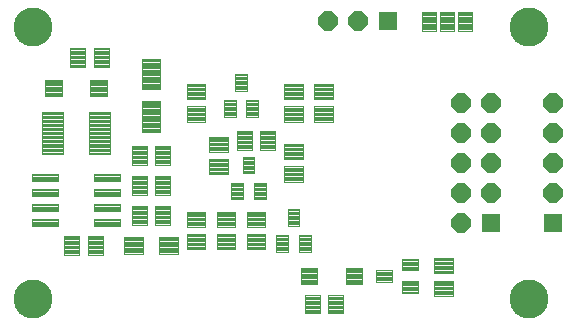
<source format=gts>
G75*
G70*
%OFA0B0*%
%FSLAX24Y24*%
%IPPOS*%
%LPD*%
%AMOC8*
5,1,8,0,0,1.08239X$1,22.5*
%
%ADD10C,0.0044*%
%ADD11C,0.0041*%
%ADD12C,0.0040*%
%ADD13C,0.0041*%
%ADD14R,0.0640X0.0640*%
%ADD15OC8,0.0640*%
%ADD16C,0.0045*%
%ADD17C,0.0040*%
%ADD18C,0.0043*%
%ADD19C,0.1300*%
D10*
X006503Y006456D02*
X007011Y006456D01*
X006503Y006456D02*
X006503Y007082D01*
X007011Y007082D01*
X007011Y006456D01*
X007011Y006499D02*
X006503Y006499D01*
X006503Y006542D02*
X007011Y006542D01*
X007011Y006585D02*
X006503Y006585D01*
X006503Y006628D02*
X007011Y006628D01*
X007011Y006671D02*
X006503Y006671D01*
X006503Y006714D02*
X007011Y006714D01*
X007011Y006757D02*
X006503Y006757D01*
X006503Y006800D02*
X007011Y006800D01*
X007011Y006843D02*
X006503Y006843D01*
X006503Y006886D02*
X007011Y006886D01*
X007011Y006929D02*
X006503Y006929D01*
X006503Y006972D02*
X007011Y006972D01*
X007011Y007015D02*
X006503Y007015D01*
X006503Y007058D02*
X007011Y007058D01*
X007290Y006456D02*
X007798Y006456D01*
X007290Y006456D02*
X007290Y007082D01*
X007798Y007082D01*
X007798Y006456D01*
X007798Y006499D02*
X007290Y006499D01*
X007290Y006542D02*
X007798Y006542D01*
X007798Y006585D02*
X007290Y006585D01*
X007290Y006628D02*
X007798Y006628D01*
X007798Y006671D02*
X007290Y006671D01*
X007290Y006714D02*
X007798Y006714D01*
X007798Y006757D02*
X007290Y006757D01*
X007290Y006800D02*
X007798Y006800D01*
X007798Y006843D02*
X007290Y006843D01*
X007290Y006886D02*
X007798Y006886D01*
X007798Y006929D02*
X007290Y006929D01*
X007290Y006972D02*
X007798Y006972D01*
X007798Y007015D02*
X007290Y007015D01*
X007290Y007058D02*
X007798Y007058D01*
X008753Y007456D02*
X009261Y007456D01*
X008753Y007456D02*
X008753Y008082D01*
X009261Y008082D01*
X009261Y007456D01*
X009261Y007499D02*
X008753Y007499D01*
X008753Y007542D02*
X009261Y007542D01*
X009261Y007585D02*
X008753Y007585D01*
X008753Y007628D02*
X009261Y007628D01*
X009261Y007671D02*
X008753Y007671D01*
X008753Y007714D02*
X009261Y007714D01*
X009261Y007757D02*
X008753Y007757D01*
X008753Y007800D02*
X009261Y007800D01*
X009261Y007843D02*
X008753Y007843D01*
X008753Y007886D02*
X009261Y007886D01*
X009261Y007929D02*
X008753Y007929D01*
X008753Y007972D02*
X009261Y007972D01*
X009261Y008015D02*
X008753Y008015D01*
X008753Y008058D02*
X009261Y008058D01*
X009540Y007456D02*
X010048Y007456D01*
X009540Y007456D02*
X009540Y008082D01*
X010048Y008082D01*
X010048Y007456D01*
X010048Y007499D02*
X009540Y007499D01*
X009540Y007542D02*
X010048Y007542D01*
X010048Y007585D02*
X009540Y007585D01*
X009540Y007628D02*
X010048Y007628D01*
X010048Y007671D02*
X009540Y007671D01*
X009540Y007714D02*
X010048Y007714D01*
X010048Y007757D02*
X009540Y007757D01*
X009540Y007800D02*
X010048Y007800D01*
X010048Y007843D02*
X009540Y007843D01*
X009540Y007886D02*
X010048Y007886D01*
X010048Y007929D02*
X009540Y007929D01*
X009540Y007972D02*
X010048Y007972D01*
X010048Y008015D02*
X009540Y008015D01*
X009540Y008058D02*
X010048Y008058D01*
X010587Y007897D02*
X010587Y007389D01*
X010587Y007897D02*
X011213Y007897D01*
X011213Y007389D01*
X010587Y007389D01*
X010587Y007432D02*
X011213Y007432D01*
X011213Y007475D02*
X010587Y007475D01*
X010587Y007518D02*
X011213Y007518D01*
X011213Y007561D02*
X010587Y007561D01*
X010587Y007604D02*
X011213Y007604D01*
X011213Y007647D02*
X010587Y007647D01*
X010587Y007690D02*
X011213Y007690D01*
X011213Y007733D02*
X010587Y007733D01*
X010587Y007776D02*
X011213Y007776D01*
X011213Y007819D02*
X010587Y007819D01*
X010587Y007862D02*
X011213Y007862D01*
X012213Y007897D02*
X012213Y007389D01*
X011587Y007389D01*
X011587Y007897D01*
X012213Y007897D01*
X012213Y007432D02*
X011587Y007432D01*
X011587Y007475D02*
X012213Y007475D01*
X012213Y007518D02*
X011587Y007518D01*
X011587Y007561D02*
X012213Y007561D01*
X012213Y007604D02*
X011587Y007604D01*
X011587Y007647D02*
X012213Y007647D01*
X012213Y007690D02*
X011587Y007690D01*
X011587Y007733D02*
X012213Y007733D01*
X012213Y007776D02*
X011587Y007776D01*
X011587Y007819D02*
X012213Y007819D01*
X012213Y007862D02*
X011587Y007862D01*
X012213Y007149D02*
X012213Y006641D01*
X011587Y006641D01*
X011587Y007149D01*
X012213Y007149D01*
X012213Y006684D02*
X011587Y006684D01*
X011587Y006727D02*
X012213Y006727D01*
X012213Y006770D02*
X011587Y006770D01*
X011587Y006813D02*
X012213Y006813D01*
X012213Y006856D02*
X011587Y006856D01*
X011587Y006899D02*
X012213Y006899D01*
X012213Y006942D02*
X011587Y006942D01*
X011587Y006985D02*
X012213Y006985D01*
X012213Y007028D02*
X011587Y007028D01*
X011587Y007071D02*
X012213Y007071D01*
X012213Y007114D02*
X011587Y007114D01*
X010587Y007149D02*
X010587Y006641D01*
X010587Y007149D02*
X011213Y007149D01*
X011213Y006641D01*
X010587Y006641D01*
X010587Y006684D02*
X011213Y006684D01*
X011213Y006727D02*
X010587Y006727D01*
X010587Y006770D02*
X011213Y006770D01*
X011213Y006813D02*
X010587Y006813D01*
X010587Y006856D02*
X011213Y006856D01*
X011213Y006899D02*
X010587Y006899D01*
X010587Y006942D02*
X011213Y006942D01*
X011213Y006985D02*
X010587Y006985D01*
X010587Y007028D02*
X011213Y007028D01*
X011213Y007071D02*
X010587Y007071D01*
X010587Y007114D02*
X011213Y007114D01*
X013213Y007149D02*
X013213Y006641D01*
X012587Y006641D01*
X012587Y007149D01*
X013213Y007149D01*
X013213Y006684D02*
X012587Y006684D01*
X012587Y006727D02*
X013213Y006727D01*
X013213Y006770D02*
X012587Y006770D01*
X012587Y006813D02*
X013213Y006813D01*
X013213Y006856D02*
X012587Y006856D01*
X012587Y006899D02*
X013213Y006899D01*
X013213Y006942D02*
X012587Y006942D01*
X012587Y006985D02*
X013213Y006985D01*
X013213Y007028D02*
X012587Y007028D01*
X012587Y007071D02*
X013213Y007071D01*
X013213Y007114D02*
X012587Y007114D01*
X013213Y007389D02*
X013213Y007897D01*
X013213Y007389D02*
X012587Y007389D01*
X012587Y007897D01*
X013213Y007897D01*
X013213Y007432D02*
X012587Y007432D01*
X012587Y007475D02*
X013213Y007475D01*
X013213Y007518D02*
X012587Y007518D01*
X012587Y007561D02*
X013213Y007561D01*
X013213Y007604D02*
X012587Y007604D01*
X012587Y007647D02*
X013213Y007647D01*
X013213Y007690D02*
X012587Y007690D01*
X012587Y007733D02*
X013213Y007733D01*
X013213Y007776D02*
X012587Y007776D01*
X012587Y007819D02*
X013213Y007819D01*
X013213Y007862D02*
X012587Y007862D01*
X014463Y008891D02*
X014463Y009399D01*
X014463Y008891D02*
X013837Y008891D01*
X013837Y009399D01*
X014463Y009399D01*
X014463Y008934D02*
X013837Y008934D01*
X013837Y008977D02*
X014463Y008977D01*
X014463Y009020D02*
X013837Y009020D01*
X013837Y009063D02*
X014463Y009063D01*
X014463Y009106D02*
X013837Y009106D01*
X013837Y009149D02*
X014463Y009149D01*
X014463Y009192D02*
X013837Y009192D01*
X013837Y009235D02*
X014463Y009235D01*
X014463Y009278D02*
X013837Y009278D01*
X013837Y009321D02*
X014463Y009321D01*
X014463Y009364D02*
X013837Y009364D01*
X014463Y009639D02*
X014463Y010147D01*
X014463Y009639D02*
X013837Y009639D01*
X013837Y010147D01*
X014463Y010147D01*
X014463Y009682D02*
X013837Y009682D01*
X013837Y009725D02*
X014463Y009725D01*
X014463Y009768D02*
X013837Y009768D01*
X013837Y009811D02*
X014463Y009811D01*
X014463Y009854D02*
X013837Y009854D01*
X013837Y009897D02*
X014463Y009897D01*
X014463Y009940D02*
X013837Y009940D01*
X013837Y009983D02*
X014463Y009983D01*
X014463Y010026D02*
X013837Y010026D01*
X013837Y010069D02*
X014463Y010069D01*
X014463Y010112D02*
X013837Y010112D01*
X013528Y009956D02*
X013020Y009956D01*
X013020Y010582D01*
X013528Y010582D01*
X013528Y009956D01*
X013528Y009999D02*
X013020Y009999D01*
X013020Y010042D02*
X013528Y010042D01*
X013528Y010085D02*
X013020Y010085D01*
X013020Y010128D02*
X013528Y010128D01*
X013528Y010171D02*
X013020Y010171D01*
X013020Y010214D02*
X013528Y010214D01*
X013528Y010257D02*
X013020Y010257D01*
X013020Y010300D02*
X013528Y010300D01*
X013528Y010343D02*
X013020Y010343D01*
X013020Y010386D02*
X013528Y010386D01*
X013528Y010429D02*
X013020Y010429D01*
X013020Y010472D02*
X013528Y010472D01*
X013528Y010515D02*
X013020Y010515D01*
X013020Y010558D02*
X013528Y010558D01*
X014463Y010891D02*
X014463Y011399D01*
X014463Y010891D02*
X013837Y010891D01*
X013837Y011399D01*
X014463Y011399D01*
X014463Y010934D02*
X013837Y010934D01*
X013837Y010977D02*
X014463Y010977D01*
X014463Y011020D02*
X013837Y011020D01*
X013837Y011063D02*
X014463Y011063D01*
X014463Y011106D02*
X013837Y011106D01*
X013837Y011149D02*
X014463Y011149D01*
X014463Y011192D02*
X013837Y011192D01*
X013837Y011235D02*
X014463Y011235D01*
X014463Y011278D02*
X013837Y011278D01*
X013837Y011321D02*
X014463Y011321D01*
X014463Y011364D02*
X013837Y011364D01*
X014463Y011639D02*
X014463Y012147D01*
X014463Y011639D02*
X013837Y011639D01*
X013837Y012147D01*
X014463Y012147D01*
X014463Y011682D02*
X013837Y011682D01*
X013837Y011725D02*
X014463Y011725D01*
X014463Y011768D02*
X013837Y011768D01*
X013837Y011811D02*
X014463Y011811D01*
X014463Y011854D02*
X013837Y011854D01*
X013837Y011897D02*
X014463Y011897D01*
X014463Y011940D02*
X013837Y011940D01*
X013837Y011983D02*
X014463Y011983D01*
X014463Y012026D02*
X013837Y012026D01*
X013837Y012069D02*
X014463Y012069D01*
X014463Y012112D02*
X013837Y012112D01*
X015463Y012147D02*
X015463Y011639D01*
X014837Y011639D01*
X014837Y012147D01*
X015463Y012147D01*
X015463Y011682D02*
X014837Y011682D01*
X014837Y011725D02*
X015463Y011725D01*
X015463Y011768D02*
X014837Y011768D01*
X014837Y011811D02*
X015463Y011811D01*
X015463Y011854D02*
X014837Y011854D01*
X014837Y011897D02*
X015463Y011897D01*
X015463Y011940D02*
X014837Y011940D01*
X014837Y011983D02*
X015463Y011983D01*
X015463Y012026D02*
X014837Y012026D01*
X014837Y012069D02*
X015463Y012069D01*
X015463Y012112D02*
X014837Y012112D01*
X015463Y011399D02*
X015463Y010891D01*
X014837Y010891D01*
X014837Y011399D01*
X015463Y011399D01*
X015463Y010934D02*
X014837Y010934D01*
X014837Y010977D02*
X015463Y010977D01*
X015463Y011020D02*
X014837Y011020D01*
X014837Y011063D02*
X015463Y011063D01*
X015463Y011106D02*
X014837Y011106D01*
X014837Y011149D02*
X015463Y011149D01*
X015463Y011192D02*
X014837Y011192D01*
X014837Y011235D02*
X015463Y011235D01*
X015463Y011278D02*
X014837Y011278D01*
X014837Y011321D02*
X015463Y011321D01*
X015463Y011364D02*
X014837Y011364D01*
X012780Y009956D02*
X012272Y009956D01*
X012272Y010582D01*
X012780Y010582D01*
X012780Y009956D01*
X012780Y009999D02*
X012272Y009999D01*
X012272Y010042D02*
X012780Y010042D01*
X012780Y010085D02*
X012272Y010085D01*
X012272Y010128D02*
X012780Y010128D01*
X012780Y010171D02*
X012272Y010171D01*
X012272Y010214D02*
X012780Y010214D01*
X012780Y010257D02*
X012272Y010257D01*
X012272Y010300D02*
X012780Y010300D01*
X012780Y010343D02*
X012272Y010343D01*
X012272Y010386D02*
X012780Y010386D01*
X012780Y010429D02*
X012272Y010429D01*
X012272Y010472D02*
X012780Y010472D01*
X012780Y010515D02*
X012272Y010515D01*
X012272Y010558D02*
X012780Y010558D01*
X011963Y010397D02*
X011963Y009889D01*
X011337Y009889D01*
X011337Y010397D01*
X011963Y010397D01*
X011963Y009932D02*
X011337Y009932D01*
X011337Y009975D02*
X011963Y009975D01*
X011963Y010018D02*
X011337Y010018D01*
X011337Y010061D02*
X011963Y010061D01*
X011963Y010104D02*
X011337Y010104D01*
X011337Y010147D02*
X011963Y010147D01*
X011963Y010190D02*
X011337Y010190D01*
X011337Y010233D02*
X011963Y010233D01*
X011963Y010276D02*
X011337Y010276D01*
X011337Y010319D02*
X011963Y010319D01*
X011963Y010362D02*
X011337Y010362D01*
X010587Y010891D02*
X010587Y011399D01*
X011213Y011399D01*
X011213Y010891D01*
X010587Y010891D01*
X010587Y010934D02*
X011213Y010934D01*
X011213Y010977D02*
X010587Y010977D01*
X010587Y011020D02*
X011213Y011020D01*
X011213Y011063D02*
X010587Y011063D01*
X010587Y011106D02*
X011213Y011106D01*
X011213Y011149D02*
X010587Y011149D01*
X010587Y011192D02*
X011213Y011192D01*
X011213Y011235D02*
X010587Y011235D01*
X010587Y011278D02*
X011213Y011278D01*
X011213Y011321D02*
X010587Y011321D01*
X010587Y011364D02*
X011213Y011364D01*
X010587Y011639D02*
X010587Y012147D01*
X011213Y012147D01*
X011213Y011639D01*
X010587Y011639D01*
X010587Y011682D02*
X011213Y011682D01*
X011213Y011725D02*
X010587Y011725D01*
X010587Y011768D02*
X011213Y011768D01*
X011213Y011811D02*
X010587Y011811D01*
X010587Y011854D02*
X011213Y011854D01*
X011213Y011897D02*
X010587Y011897D01*
X010587Y011940D02*
X011213Y011940D01*
X011213Y011983D02*
X010587Y011983D01*
X010587Y012026D02*
X011213Y012026D01*
X011213Y012069D02*
X010587Y012069D01*
X010587Y012112D02*
X011213Y012112D01*
X010028Y009456D02*
X009520Y009456D01*
X009520Y010082D01*
X010028Y010082D01*
X010028Y009456D01*
X010028Y009499D02*
X009520Y009499D01*
X009520Y009542D02*
X010028Y009542D01*
X010028Y009585D02*
X009520Y009585D01*
X009520Y009628D02*
X010028Y009628D01*
X010028Y009671D02*
X009520Y009671D01*
X009520Y009714D02*
X010028Y009714D01*
X010028Y009757D02*
X009520Y009757D01*
X009520Y009800D02*
X010028Y009800D01*
X010028Y009843D02*
X009520Y009843D01*
X009520Y009886D02*
X010028Y009886D01*
X010028Y009929D02*
X009520Y009929D01*
X009520Y009972D02*
X010028Y009972D01*
X010028Y010015D02*
X009520Y010015D01*
X009520Y010058D02*
X010028Y010058D01*
X009280Y009456D02*
X008772Y009456D01*
X008772Y010082D01*
X009280Y010082D01*
X009280Y009456D01*
X009280Y009499D02*
X008772Y009499D01*
X008772Y009542D02*
X009280Y009542D01*
X009280Y009585D02*
X008772Y009585D01*
X008772Y009628D02*
X009280Y009628D01*
X009280Y009671D02*
X008772Y009671D01*
X008772Y009714D02*
X009280Y009714D01*
X009280Y009757D02*
X008772Y009757D01*
X008772Y009800D02*
X009280Y009800D01*
X009280Y009843D02*
X008772Y009843D01*
X008772Y009886D02*
X009280Y009886D01*
X009280Y009929D02*
X008772Y009929D01*
X008772Y009972D02*
X009280Y009972D01*
X009280Y010015D02*
X008772Y010015D01*
X008772Y010058D02*
X009280Y010058D01*
X009280Y009082D02*
X008772Y009082D01*
X009280Y009082D02*
X009280Y008456D01*
X008772Y008456D01*
X008772Y009082D01*
X008772Y008499D02*
X009280Y008499D01*
X009280Y008542D02*
X008772Y008542D01*
X008772Y008585D02*
X009280Y008585D01*
X009280Y008628D02*
X008772Y008628D01*
X008772Y008671D02*
X009280Y008671D01*
X009280Y008714D02*
X008772Y008714D01*
X008772Y008757D02*
X009280Y008757D01*
X009280Y008800D02*
X008772Y008800D01*
X008772Y008843D02*
X009280Y008843D01*
X009280Y008886D02*
X008772Y008886D01*
X008772Y008929D02*
X009280Y008929D01*
X009280Y008972D02*
X008772Y008972D01*
X008772Y009015D02*
X009280Y009015D01*
X009280Y009058D02*
X008772Y009058D01*
X009520Y009082D02*
X010028Y009082D01*
X010028Y008456D01*
X009520Y008456D01*
X009520Y009082D01*
X009520Y008499D02*
X010028Y008499D01*
X010028Y008542D02*
X009520Y008542D01*
X009520Y008585D02*
X010028Y008585D01*
X010028Y008628D02*
X009520Y008628D01*
X009520Y008671D02*
X010028Y008671D01*
X010028Y008714D02*
X009520Y008714D01*
X009520Y008757D02*
X010028Y008757D01*
X010028Y008800D02*
X009520Y008800D01*
X009520Y008843D02*
X010028Y008843D01*
X010028Y008886D02*
X009520Y008886D01*
X009520Y008929D02*
X010028Y008929D01*
X010028Y008972D02*
X009520Y008972D01*
X009520Y009015D02*
X010028Y009015D01*
X010028Y009058D02*
X009520Y009058D01*
X011963Y009141D02*
X011963Y009649D01*
X011963Y009141D02*
X011337Y009141D01*
X011337Y009649D01*
X011963Y009649D01*
X011963Y009184D02*
X011337Y009184D01*
X011337Y009227D02*
X011963Y009227D01*
X011963Y009270D02*
X011337Y009270D01*
X011337Y009313D02*
X011963Y009313D01*
X011963Y009356D02*
X011337Y009356D01*
X011337Y009399D02*
X011963Y009399D01*
X011963Y009442D02*
X011337Y009442D01*
X011337Y009485D02*
X011963Y009485D01*
X011963Y009528D02*
X011337Y009528D01*
X011337Y009571D02*
X011963Y009571D01*
X011963Y009614D02*
X011337Y009614D01*
X007995Y013332D02*
X007487Y013332D01*
X007995Y013332D02*
X007995Y012706D01*
X007487Y012706D01*
X007487Y013332D01*
X007487Y012749D02*
X007995Y012749D01*
X007995Y012792D02*
X007487Y012792D01*
X007487Y012835D02*
X007995Y012835D01*
X007995Y012878D02*
X007487Y012878D01*
X007487Y012921D02*
X007995Y012921D01*
X007995Y012964D02*
X007487Y012964D01*
X007487Y013007D02*
X007995Y013007D01*
X007995Y013050D02*
X007487Y013050D01*
X007487Y013093D02*
X007995Y013093D01*
X007995Y013136D02*
X007487Y013136D01*
X007487Y013179D02*
X007995Y013179D01*
X007995Y013222D02*
X007487Y013222D01*
X007487Y013265D02*
X007995Y013265D01*
X007995Y013308D02*
X007487Y013308D01*
X007208Y013332D02*
X006700Y013332D01*
X007208Y013332D02*
X007208Y012706D01*
X006700Y012706D01*
X006700Y013332D01*
X006700Y012749D02*
X007208Y012749D01*
X007208Y012792D02*
X006700Y012792D01*
X006700Y012835D02*
X007208Y012835D01*
X007208Y012878D02*
X006700Y012878D01*
X006700Y012921D02*
X007208Y012921D01*
X007208Y012964D02*
X006700Y012964D01*
X006700Y013007D02*
X007208Y013007D01*
X007208Y013050D02*
X006700Y013050D01*
X006700Y013093D02*
X007208Y013093D01*
X007208Y013136D02*
X006700Y013136D01*
X006700Y013179D02*
X007208Y013179D01*
X007208Y013222D02*
X006700Y013222D01*
X006700Y013265D02*
X007208Y013265D01*
X007208Y013308D02*
X006700Y013308D01*
X018841Y006346D02*
X018841Y005838D01*
X018841Y006346D02*
X019467Y006346D01*
X019467Y005838D01*
X018841Y005838D01*
X018841Y005881D02*
X019467Y005881D01*
X019467Y005924D02*
X018841Y005924D01*
X018841Y005967D02*
X019467Y005967D01*
X019467Y006010D02*
X018841Y006010D01*
X018841Y006053D02*
X019467Y006053D01*
X019467Y006096D02*
X018841Y006096D01*
X018841Y006139D02*
X019467Y006139D01*
X019467Y006182D02*
X018841Y006182D01*
X018841Y006225D02*
X019467Y006225D01*
X019467Y006268D02*
X018841Y006268D01*
X018841Y006311D02*
X019467Y006311D01*
X018841Y005598D02*
X018841Y005090D01*
X018841Y005598D02*
X019467Y005598D01*
X019467Y005090D01*
X018841Y005090D01*
X018841Y005133D02*
X019467Y005133D01*
X019467Y005176D02*
X018841Y005176D01*
X018841Y005219D02*
X019467Y005219D01*
X019467Y005262D02*
X018841Y005262D01*
X018841Y005305D02*
X019467Y005305D01*
X019467Y005348D02*
X018841Y005348D01*
X018841Y005391D02*
X019467Y005391D01*
X019467Y005434D02*
X018841Y005434D01*
X018841Y005477D02*
X019467Y005477D01*
X019467Y005520D02*
X018841Y005520D01*
X018841Y005563D02*
X019467Y005563D01*
X015812Y005127D02*
X015304Y005127D01*
X015812Y005127D02*
X015812Y004501D01*
X015304Y004501D01*
X015304Y005127D01*
X015304Y004544D02*
X015812Y004544D01*
X015812Y004587D02*
X015304Y004587D01*
X015304Y004630D02*
X015812Y004630D01*
X015812Y004673D02*
X015304Y004673D01*
X015304Y004716D02*
X015812Y004716D01*
X015812Y004759D02*
X015304Y004759D01*
X015304Y004802D02*
X015812Y004802D01*
X015812Y004845D02*
X015304Y004845D01*
X015304Y004888D02*
X015812Y004888D01*
X015812Y004931D02*
X015304Y004931D01*
X015304Y004974D02*
X015812Y004974D01*
X015812Y005017D02*
X015304Y005017D01*
X015304Y005060D02*
X015812Y005060D01*
X015812Y005103D02*
X015304Y005103D01*
X015025Y005127D02*
X014517Y005127D01*
X015025Y005127D02*
X015025Y004501D01*
X014517Y004501D01*
X014517Y005127D01*
X014517Y004544D02*
X015025Y004544D01*
X015025Y004587D02*
X014517Y004587D01*
X014517Y004630D02*
X015025Y004630D01*
X015025Y004673D02*
X014517Y004673D01*
X014517Y004716D02*
X015025Y004716D01*
X015025Y004759D02*
X014517Y004759D01*
X014517Y004802D02*
X015025Y004802D01*
X015025Y004845D02*
X014517Y004845D01*
X014517Y004888D02*
X015025Y004888D01*
X015025Y004931D02*
X014517Y004931D01*
X014517Y004974D02*
X015025Y004974D01*
X015025Y005017D02*
X014517Y005017D01*
X014517Y005060D02*
X015025Y005060D01*
X015025Y005103D02*
X014517Y005103D01*
D11*
X007491Y007401D02*
X007491Y007637D01*
X008357Y007637D01*
X008357Y007401D01*
X007491Y007401D01*
X007491Y007441D02*
X008357Y007441D01*
X008357Y007481D02*
X007491Y007481D01*
X007491Y007521D02*
X008357Y007521D01*
X008357Y007561D02*
X007491Y007561D01*
X007491Y007601D02*
X008357Y007601D01*
X007491Y007901D02*
X007491Y008137D01*
X008357Y008137D01*
X008357Y007901D01*
X007491Y007901D01*
X007491Y007941D02*
X008357Y007941D01*
X008357Y007981D02*
X007491Y007981D01*
X007491Y008021D02*
X008357Y008021D01*
X008357Y008061D02*
X007491Y008061D01*
X007491Y008101D02*
X008357Y008101D01*
X007491Y008401D02*
X007491Y008637D01*
X008357Y008637D01*
X008357Y008401D01*
X007491Y008401D01*
X007491Y008441D02*
X008357Y008441D01*
X008357Y008481D02*
X007491Y008481D01*
X007491Y008521D02*
X008357Y008521D01*
X008357Y008561D02*
X007491Y008561D01*
X007491Y008601D02*
X008357Y008601D01*
X007491Y008901D02*
X007491Y009137D01*
X008357Y009137D01*
X008357Y008901D01*
X007491Y008901D01*
X007491Y008941D02*
X008357Y008941D01*
X008357Y008981D02*
X007491Y008981D01*
X007491Y009021D02*
X008357Y009021D01*
X008357Y009061D02*
X007491Y009061D01*
X007491Y009101D02*
X008357Y009101D01*
X005444Y009137D02*
X005444Y008901D01*
X005444Y009137D02*
X006310Y009137D01*
X006310Y008901D01*
X005444Y008901D01*
X005444Y008941D02*
X006310Y008941D01*
X006310Y008981D02*
X005444Y008981D01*
X005444Y009021D02*
X006310Y009021D01*
X006310Y009061D02*
X005444Y009061D01*
X005444Y009101D02*
X006310Y009101D01*
X005444Y008637D02*
X005444Y008401D01*
X005444Y008637D02*
X006310Y008637D01*
X006310Y008401D01*
X005444Y008401D01*
X005444Y008441D02*
X006310Y008441D01*
X006310Y008481D02*
X005444Y008481D01*
X005444Y008521D02*
X006310Y008521D01*
X006310Y008561D02*
X005444Y008561D01*
X005444Y008601D02*
X006310Y008601D01*
X005444Y008137D02*
X005444Y007901D01*
X005444Y008137D02*
X006310Y008137D01*
X006310Y007901D01*
X005444Y007901D01*
X005444Y007941D02*
X006310Y007941D01*
X006310Y007981D02*
X005444Y007981D01*
X005444Y008021D02*
X006310Y008021D01*
X006310Y008061D02*
X005444Y008061D01*
X005444Y008101D02*
X006310Y008101D01*
X005444Y007637D02*
X005444Y007401D01*
X005444Y007637D02*
X006310Y007637D01*
X006310Y007401D01*
X005444Y007401D01*
X005444Y007441D02*
X006310Y007441D01*
X006310Y007481D02*
X005444Y007481D01*
X005444Y007521D02*
X006310Y007521D01*
X006310Y007561D02*
X005444Y007561D01*
X005444Y007601D02*
X006310Y007601D01*
D12*
X009715Y010548D02*
X009715Y011572D01*
X009715Y010548D02*
X009085Y010548D01*
X009085Y011572D01*
X009715Y011572D01*
X009715Y010587D02*
X009085Y010587D01*
X009085Y010626D02*
X009715Y010626D01*
X009715Y010665D02*
X009085Y010665D01*
X009085Y010704D02*
X009715Y010704D01*
X009715Y010743D02*
X009085Y010743D01*
X009085Y010782D02*
X009715Y010782D01*
X009715Y010821D02*
X009085Y010821D01*
X009085Y010860D02*
X009715Y010860D01*
X009715Y010899D02*
X009085Y010899D01*
X009085Y010938D02*
X009715Y010938D01*
X009715Y010977D02*
X009085Y010977D01*
X009085Y011016D02*
X009715Y011016D01*
X009715Y011055D02*
X009085Y011055D01*
X009085Y011094D02*
X009715Y011094D01*
X009715Y011133D02*
X009085Y011133D01*
X009085Y011172D02*
X009715Y011172D01*
X009715Y011211D02*
X009085Y011211D01*
X009085Y011250D02*
X009715Y011250D01*
X009715Y011289D02*
X009085Y011289D01*
X009085Y011328D02*
X009715Y011328D01*
X009715Y011367D02*
X009085Y011367D01*
X009085Y011406D02*
X009715Y011406D01*
X009715Y011445D02*
X009085Y011445D01*
X009085Y011484D02*
X009715Y011484D01*
X009715Y011523D02*
X009085Y011523D01*
X009085Y011562D02*
X009715Y011562D01*
X009715Y011966D02*
X009715Y012990D01*
X009715Y011966D02*
X009085Y011966D01*
X009085Y012990D01*
X009715Y012990D01*
X009715Y012005D02*
X009085Y012005D01*
X009085Y012044D02*
X009715Y012044D01*
X009715Y012083D02*
X009085Y012083D01*
X009085Y012122D02*
X009715Y012122D01*
X009715Y012161D02*
X009085Y012161D01*
X009085Y012200D02*
X009715Y012200D01*
X009715Y012239D02*
X009085Y012239D01*
X009085Y012278D02*
X009715Y012278D01*
X009715Y012317D02*
X009085Y012317D01*
X009085Y012356D02*
X009715Y012356D01*
X009715Y012395D02*
X009085Y012395D01*
X009085Y012434D02*
X009715Y012434D01*
X009715Y012473D02*
X009085Y012473D01*
X009085Y012512D02*
X009715Y012512D01*
X009715Y012551D02*
X009085Y012551D01*
X009085Y012590D02*
X009715Y012590D01*
X009715Y012629D02*
X009085Y012629D01*
X009085Y012668D02*
X009715Y012668D01*
X009715Y012707D02*
X009085Y012707D01*
X009085Y012746D02*
X009715Y012746D01*
X009715Y012785D02*
X009085Y012785D01*
X009085Y012824D02*
X009715Y012824D01*
X009715Y012863D02*
X009085Y012863D01*
X009085Y012902D02*
X009715Y012902D01*
X009715Y012941D02*
X009085Y012941D01*
X009085Y012980D02*
X009715Y012980D01*
D13*
X007924Y012294D02*
X007374Y012294D01*
X007924Y012294D02*
X007924Y011744D01*
X007374Y011744D01*
X007374Y012294D01*
X007374Y011784D02*
X007924Y011784D01*
X007924Y011824D02*
X007374Y011824D01*
X007374Y011864D02*
X007924Y011864D01*
X007924Y011904D02*
X007374Y011904D01*
X007374Y011944D02*
X007924Y011944D01*
X007924Y011984D02*
X007374Y011984D01*
X007374Y012024D02*
X007924Y012024D01*
X007924Y012064D02*
X007374Y012064D01*
X007374Y012104D02*
X007924Y012104D01*
X007924Y012144D02*
X007374Y012144D01*
X007374Y012184D02*
X007924Y012184D01*
X007924Y012224D02*
X007374Y012224D01*
X007374Y012264D02*
X007924Y012264D01*
X006427Y012294D02*
X005877Y012294D01*
X006427Y012294D02*
X006427Y011744D01*
X005877Y011744D01*
X005877Y012294D01*
X005877Y011784D02*
X006427Y011784D01*
X006427Y011824D02*
X005877Y011824D01*
X005877Y011864D02*
X006427Y011864D01*
X006427Y011904D02*
X005877Y011904D01*
X005877Y011944D02*
X006427Y011944D01*
X006427Y011984D02*
X005877Y011984D01*
X005877Y012024D02*
X006427Y012024D01*
X006427Y012064D02*
X005877Y012064D01*
X005877Y012104D02*
X006427Y012104D01*
X006427Y012144D02*
X005877Y012144D01*
X005877Y012184D02*
X006427Y012184D01*
X006427Y012224D02*
X005877Y012224D01*
X005877Y012264D02*
X006427Y012264D01*
X008495Y006494D02*
X009125Y006494D01*
X008495Y006494D02*
X008495Y007044D01*
X009125Y007044D01*
X009125Y006494D01*
X009125Y006534D02*
X008495Y006534D01*
X008495Y006574D02*
X009125Y006574D01*
X009125Y006614D02*
X008495Y006614D01*
X008495Y006654D02*
X009125Y006654D01*
X009125Y006694D02*
X008495Y006694D01*
X008495Y006734D02*
X009125Y006734D01*
X009125Y006774D02*
X008495Y006774D01*
X008495Y006814D02*
X009125Y006814D01*
X009125Y006854D02*
X008495Y006854D01*
X008495Y006894D02*
X009125Y006894D01*
X009125Y006934D02*
X008495Y006934D01*
X008495Y006974D02*
X009125Y006974D01*
X009125Y007014D02*
X008495Y007014D01*
X009676Y007044D02*
X010306Y007044D01*
X010306Y006494D01*
X009676Y006494D01*
X009676Y007044D01*
X009676Y006534D02*
X010306Y006534D01*
X010306Y006574D02*
X009676Y006574D01*
X009676Y006614D02*
X010306Y006614D01*
X010306Y006654D02*
X009676Y006654D01*
X009676Y006694D02*
X010306Y006694D01*
X010306Y006734D02*
X009676Y006734D01*
X009676Y006774D02*
X010306Y006774D01*
X010306Y006814D02*
X009676Y006814D01*
X009676Y006854D02*
X010306Y006854D01*
X010306Y006894D02*
X009676Y006894D01*
X009676Y006934D02*
X010306Y006934D01*
X010306Y006974D02*
X009676Y006974D01*
X009676Y007014D02*
X010306Y007014D01*
X014395Y005468D02*
X014945Y005468D01*
X014395Y005468D02*
X014395Y006018D01*
X014945Y006018D01*
X014945Y005468D01*
X014945Y005508D02*
X014395Y005508D01*
X014395Y005548D02*
X014945Y005548D01*
X014945Y005588D02*
X014395Y005588D01*
X014395Y005628D02*
X014945Y005628D01*
X014945Y005668D02*
X014395Y005668D01*
X014395Y005708D02*
X014945Y005708D01*
X014945Y005748D02*
X014395Y005748D01*
X014395Y005788D02*
X014945Y005788D01*
X014945Y005828D02*
X014395Y005828D01*
X014395Y005868D02*
X014945Y005868D01*
X014945Y005908D02*
X014395Y005908D01*
X014395Y005948D02*
X014945Y005948D01*
X014945Y005988D02*
X014395Y005988D01*
X015891Y005468D02*
X016441Y005468D01*
X015891Y005468D02*
X015891Y006018D01*
X016441Y006018D01*
X016441Y005468D01*
X016441Y005508D02*
X015891Y005508D01*
X015891Y005548D02*
X016441Y005548D01*
X016441Y005588D02*
X015891Y005588D01*
X015891Y005628D02*
X016441Y005628D01*
X016441Y005668D02*
X015891Y005668D01*
X015891Y005708D02*
X016441Y005708D01*
X016441Y005748D02*
X015891Y005748D01*
X015891Y005788D02*
X016441Y005788D01*
X016441Y005828D02*
X015891Y005828D01*
X015891Y005868D02*
X016441Y005868D01*
X016441Y005908D02*
X015891Y005908D01*
X015891Y005948D02*
X016441Y005948D01*
X016441Y005988D02*
X015891Y005988D01*
D14*
X020739Y007519D03*
X022798Y007519D03*
X017302Y014243D03*
D15*
X016302Y014243D03*
X015302Y014243D03*
X019739Y011519D03*
X020739Y011519D03*
X020739Y010519D03*
X019739Y010519D03*
X019739Y009519D03*
X020739Y009519D03*
X020739Y008519D03*
X019739Y008519D03*
X019739Y007519D03*
X022798Y008519D03*
X022798Y009519D03*
X022798Y010519D03*
X022798Y011519D03*
D16*
X008040Y009813D02*
X007336Y009813D01*
X007336Y011225D01*
X008040Y011225D01*
X008040Y009813D01*
X008040Y009857D02*
X007336Y009857D01*
X007336Y009901D02*
X008040Y009901D01*
X008040Y009945D02*
X007336Y009945D01*
X007336Y009989D02*
X008040Y009989D01*
X008040Y010033D02*
X007336Y010033D01*
X007336Y010077D02*
X008040Y010077D01*
X008040Y010121D02*
X007336Y010121D01*
X007336Y010165D02*
X008040Y010165D01*
X008040Y010209D02*
X007336Y010209D01*
X007336Y010253D02*
X008040Y010253D01*
X008040Y010297D02*
X007336Y010297D01*
X007336Y010341D02*
X008040Y010341D01*
X008040Y010385D02*
X007336Y010385D01*
X007336Y010429D02*
X008040Y010429D01*
X008040Y010473D02*
X007336Y010473D01*
X007336Y010517D02*
X008040Y010517D01*
X008040Y010561D02*
X007336Y010561D01*
X007336Y010605D02*
X008040Y010605D01*
X008040Y010649D02*
X007336Y010649D01*
X007336Y010693D02*
X008040Y010693D01*
X008040Y010737D02*
X007336Y010737D01*
X007336Y010781D02*
X008040Y010781D01*
X008040Y010825D02*
X007336Y010825D01*
X007336Y010869D02*
X008040Y010869D01*
X008040Y010913D02*
X007336Y010913D01*
X007336Y010957D02*
X008040Y010957D01*
X008040Y011001D02*
X007336Y011001D01*
X007336Y011045D02*
X008040Y011045D01*
X008040Y011089D02*
X007336Y011089D01*
X007336Y011133D02*
X008040Y011133D01*
X008040Y011177D02*
X007336Y011177D01*
X007336Y011221D02*
X008040Y011221D01*
X006465Y009813D02*
X005761Y009813D01*
X005761Y011225D01*
X006465Y011225D01*
X006465Y009813D01*
X006465Y009857D02*
X005761Y009857D01*
X005761Y009901D02*
X006465Y009901D01*
X006465Y009945D02*
X005761Y009945D01*
X005761Y009989D02*
X006465Y009989D01*
X006465Y010033D02*
X005761Y010033D01*
X005761Y010077D02*
X006465Y010077D01*
X006465Y010121D02*
X005761Y010121D01*
X005761Y010165D02*
X006465Y010165D01*
X006465Y010209D02*
X005761Y010209D01*
X005761Y010253D02*
X006465Y010253D01*
X006465Y010297D02*
X005761Y010297D01*
X005761Y010341D02*
X006465Y010341D01*
X006465Y010385D02*
X005761Y010385D01*
X005761Y010429D02*
X006465Y010429D01*
X006465Y010473D02*
X005761Y010473D01*
X005761Y010517D02*
X006465Y010517D01*
X006465Y010561D02*
X005761Y010561D01*
X005761Y010605D02*
X006465Y010605D01*
X006465Y010649D02*
X005761Y010649D01*
X005761Y010693D02*
X006465Y010693D01*
X006465Y010737D02*
X005761Y010737D01*
X005761Y010781D02*
X006465Y010781D01*
X006465Y010825D02*
X005761Y010825D01*
X005761Y010869D02*
X006465Y010869D01*
X006465Y010913D02*
X005761Y010913D01*
X005761Y010957D02*
X006465Y010957D01*
X006465Y011001D02*
X005761Y011001D01*
X005761Y011045D02*
X006465Y011045D01*
X006465Y011089D02*
X005761Y011089D01*
X005761Y011133D02*
X006465Y011133D01*
X006465Y011177D02*
X005761Y011177D01*
X005761Y011221D02*
X006465Y011221D01*
D17*
X018425Y013928D02*
X018885Y013928D01*
X018425Y013928D02*
X018425Y014558D01*
X018885Y014558D01*
X018885Y013928D01*
X018885Y013967D02*
X018425Y013967D01*
X018425Y014006D02*
X018885Y014006D01*
X018885Y014045D02*
X018425Y014045D01*
X018425Y014084D02*
X018885Y014084D01*
X018885Y014123D02*
X018425Y014123D01*
X018425Y014162D02*
X018885Y014162D01*
X018885Y014201D02*
X018425Y014201D01*
X018425Y014240D02*
X018885Y014240D01*
X018885Y014279D02*
X018425Y014279D01*
X018425Y014318D02*
X018885Y014318D01*
X018885Y014357D02*
X018425Y014357D01*
X018425Y014396D02*
X018885Y014396D01*
X018885Y014435D02*
X018425Y014435D01*
X018425Y014474D02*
X018885Y014474D01*
X018885Y014513D02*
X018425Y014513D01*
X018425Y014552D02*
X018885Y014552D01*
X019025Y013928D02*
X019485Y013928D01*
X019025Y013928D02*
X019025Y014558D01*
X019485Y014558D01*
X019485Y013928D01*
X019485Y013967D02*
X019025Y013967D01*
X019025Y014006D02*
X019485Y014006D01*
X019485Y014045D02*
X019025Y014045D01*
X019025Y014084D02*
X019485Y014084D01*
X019485Y014123D02*
X019025Y014123D01*
X019025Y014162D02*
X019485Y014162D01*
X019485Y014201D02*
X019025Y014201D01*
X019025Y014240D02*
X019485Y014240D01*
X019485Y014279D02*
X019025Y014279D01*
X019025Y014318D02*
X019485Y014318D01*
X019485Y014357D02*
X019025Y014357D01*
X019025Y014396D02*
X019485Y014396D01*
X019485Y014435D02*
X019025Y014435D01*
X019025Y014474D02*
X019485Y014474D01*
X019485Y014513D02*
X019025Y014513D01*
X019025Y014552D02*
X019485Y014552D01*
X019625Y013928D02*
X020085Y013928D01*
X019625Y013928D02*
X019625Y014558D01*
X020085Y014558D01*
X020085Y013928D01*
X020085Y013967D02*
X019625Y013967D01*
X019625Y014006D02*
X020085Y014006D01*
X020085Y014045D02*
X019625Y014045D01*
X019625Y014084D02*
X020085Y014084D01*
X020085Y014123D02*
X019625Y014123D01*
X019625Y014162D02*
X020085Y014162D01*
X020085Y014201D02*
X019625Y014201D01*
X019625Y014240D02*
X020085Y014240D01*
X020085Y014279D02*
X019625Y014279D01*
X019625Y014318D02*
X020085Y014318D01*
X020085Y014357D02*
X019625Y014357D01*
X019625Y014396D02*
X020085Y014396D01*
X020085Y014435D02*
X019625Y014435D01*
X019625Y014474D02*
X020085Y014474D01*
X020085Y014513D02*
X019625Y014513D01*
X019625Y014552D02*
X020085Y014552D01*
D18*
X012970Y011062D02*
X012578Y011062D01*
X012578Y011610D01*
X012970Y011610D01*
X012970Y011062D01*
X012970Y011104D02*
X012578Y011104D01*
X012578Y011146D02*
X012970Y011146D01*
X012970Y011188D02*
X012578Y011188D01*
X012578Y011230D02*
X012970Y011230D01*
X012970Y011272D02*
X012578Y011272D01*
X012578Y011314D02*
X012970Y011314D01*
X012970Y011356D02*
X012578Y011356D01*
X012578Y011398D02*
X012970Y011398D01*
X012970Y011440D02*
X012578Y011440D01*
X012578Y011482D02*
X012970Y011482D01*
X012970Y011524D02*
X012578Y011524D01*
X012578Y011566D02*
X012970Y011566D01*
X012970Y011608D02*
X012578Y011608D01*
X012222Y011062D02*
X011830Y011062D01*
X011830Y011610D01*
X012222Y011610D01*
X012222Y011062D01*
X012222Y011104D02*
X011830Y011104D01*
X011830Y011146D02*
X012222Y011146D01*
X012222Y011188D02*
X011830Y011188D01*
X011830Y011230D02*
X012222Y011230D01*
X012222Y011272D02*
X011830Y011272D01*
X011830Y011314D02*
X012222Y011314D01*
X012222Y011356D02*
X011830Y011356D01*
X011830Y011398D02*
X012222Y011398D01*
X012222Y011440D02*
X011830Y011440D01*
X011830Y011482D02*
X012222Y011482D01*
X012222Y011524D02*
X011830Y011524D01*
X011830Y011566D02*
X012222Y011566D01*
X012222Y011608D02*
X011830Y011608D01*
X012204Y011928D02*
X012596Y011928D01*
X012204Y011928D02*
X012204Y012476D01*
X012596Y012476D01*
X012596Y011928D01*
X012596Y011970D02*
X012204Y011970D01*
X012204Y012012D02*
X012596Y012012D01*
X012596Y012054D02*
X012204Y012054D01*
X012204Y012096D02*
X012596Y012096D01*
X012596Y012138D02*
X012204Y012138D01*
X012204Y012180D02*
X012596Y012180D01*
X012596Y012222D02*
X012204Y012222D01*
X012204Y012264D02*
X012596Y012264D01*
X012596Y012306D02*
X012204Y012306D01*
X012204Y012348D02*
X012596Y012348D01*
X012596Y012390D02*
X012204Y012390D01*
X012204Y012432D02*
X012596Y012432D01*
X012596Y012474D02*
X012204Y012474D01*
X012454Y009178D02*
X012846Y009178D01*
X012454Y009178D02*
X012454Y009726D01*
X012846Y009726D01*
X012846Y009178D01*
X012846Y009220D02*
X012454Y009220D01*
X012454Y009262D02*
X012846Y009262D01*
X012846Y009304D02*
X012454Y009304D01*
X012454Y009346D02*
X012846Y009346D01*
X012846Y009388D02*
X012454Y009388D01*
X012454Y009430D02*
X012846Y009430D01*
X012846Y009472D02*
X012454Y009472D01*
X012454Y009514D02*
X012846Y009514D01*
X012846Y009556D02*
X012454Y009556D01*
X012454Y009598D02*
X012846Y009598D01*
X012846Y009640D02*
X012454Y009640D01*
X012454Y009682D02*
X012846Y009682D01*
X012846Y009724D02*
X012454Y009724D01*
X012472Y008312D02*
X012080Y008312D01*
X012080Y008860D01*
X012472Y008860D01*
X012472Y008312D01*
X012472Y008354D02*
X012080Y008354D01*
X012080Y008396D02*
X012472Y008396D01*
X012472Y008438D02*
X012080Y008438D01*
X012080Y008480D02*
X012472Y008480D01*
X012472Y008522D02*
X012080Y008522D01*
X012080Y008564D02*
X012472Y008564D01*
X012472Y008606D02*
X012080Y008606D01*
X012080Y008648D02*
X012472Y008648D01*
X012472Y008690D02*
X012080Y008690D01*
X012080Y008732D02*
X012472Y008732D01*
X012472Y008774D02*
X012080Y008774D01*
X012080Y008816D02*
X012472Y008816D01*
X012472Y008858D02*
X012080Y008858D01*
X012828Y008312D02*
X013220Y008312D01*
X012828Y008312D02*
X012828Y008860D01*
X013220Y008860D01*
X013220Y008312D01*
X013220Y008354D02*
X012828Y008354D01*
X012828Y008396D02*
X013220Y008396D01*
X013220Y008438D02*
X012828Y008438D01*
X012828Y008480D02*
X013220Y008480D01*
X013220Y008522D02*
X012828Y008522D01*
X012828Y008564D02*
X013220Y008564D01*
X013220Y008606D02*
X012828Y008606D01*
X012828Y008648D02*
X013220Y008648D01*
X013220Y008690D02*
X012828Y008690D01*
X012828Y008732D02*
X013220Y008732D01*
X013220Y008774D02*
X012828Y008774D01*
X012828Y008816D02*
X013220Y008816D01*
X013220Y008858D02*
X012828Y008858D01*
X013954Y007428D02*
X014346Y007428D01*
X013954Y007428D02*
X013954Y007976D01*
X014346Y007976D01*
X014346Y007428D01*
X014346Y007470D02*
X013954Y007470D01*
X013954Y007512D02*
X014346Y007512D01*
X014346Y007554D02*
X013954Y007554D01*
X013954Y007596D02*
X014346Y007596D01*
X014346Y007638D02*
X013954Y007638D01*
X013954Y007680D02*
X014346Y007680D01*
X014346Y007722D02*
X013954Y007722D01*
X013954Y007764D02*
X014346Y007764D01*
X014346Y007806D02*
X013954Y007806D01*
X013954Y007848D02*
X014346Y007848D01*
X014346Y007890D02*
X013954Y007890D01*
X013954Y007932D02*
X014346Y007932D01*
X014346Y007974D02*
X013954Y007974D01*
X013972Y006562D02*
X013580Y006562D01*
X013580Y007110D01*
X013972Y007110D01*
X013972Y006562D01*
X013972Y006604D02*
X013580Y006604D01*
X013580Y006646D02*
X013972Y006646D01*
X013972Y006688D02*
X013580Y006688D01*
X013580Y006730D02*
X013972Y006730D01*
X013972Y006772D02*
X013580Y006772D01*
X013580Y006814D02*
X013972Y006814D01*
X013972Y006856D02*
X013580Y006856D01*
X013580Y006898D02*
X013972Y006898D01*
X013972Y006940D02*
X013580Y006940D01*
X013580Y006982D02*
X013972Y006982D01*
X013972Y007024D02*
X013580Y007024D01*
X013580Y007066D02*
X013972Y007066D01*
X013972Y007108D02*
X013580Y007108D01*
X014328Y006562D02*
X014720Y006562D01*
X014328Y006562D02*
X014328Y007110D01*
X014720Y007110D01*
X014720Y006562D01*
X014720Y006604D02*
X014328Y006604D01*
X014328Y006646D02*
X014720Y006646D01*
X014720Y006688D02*
X014328Y006688D01*
X014328Y006730D02*
X014720Y006730D01*
X014720Y006772D02*
X014328Y006772D01*
X014328Y006814D02*
X014720Y006814D01*
X014720Y006856D02*
X014328Y006856D01*
X014328Y006898D02*
X014720Y006898D01*
X014720Y006940D02*
X014328Y006940D01*
X014328Y006982D02*
X014720Y006982D01*
X014720Y007024D02*
X014328Y007024D01*
X014328Y007066D02*
X014720Y007066D01*
X014720Y007108D02*
X014328Y007108D01*
X017443Y005952D02*
X017443Y005560D01*
X016895Y005560D01*
X016895Y005952D01*
X017443Y005952D01*
X017443Y005602D02*
X016895Y005602D01*
X016895Y005644D02*
X017443Y005644D01*
X017443Y005686D02*
X016895Y005686D01*
X016895Y005728D02*
X017443Y005728D01*
X017443Y005770D02*
X016895Y005770D01*
X016895Y005812D02*
X017443Y005812D01*
X017443Y005854D02*
X016895Y005854D01*
X016895Y005896D02*
X017443Y005896D01*
X017443Y005938D02*
X016895Y005938D01*
X018309Y005934D02*
X018309Y006326D01*
X018309Y005934D02*
X017761Y005934D01*
X017761Y006326D01*
X018309Y006326D01*
X018309Y005976D02*
X017761Y005976D01*
X017761Y006018D02*
X018309Y006018D01*
X018309Y006060D02*
X017761Y006060D01*
X017761Y006102D02*
X018309Y006102D01*
X018309Y006144D02*
X017761Y006144D01*
X017761Y006186D02*
X018309Y006186D01*
X018309Y006228D02*
X017761Y006228D01*
X017761Y006270D02*
X018309Y006270D01*
X018309Y006312D02*
X017761Y006312D01*
X018309Y005578D02*
X018309Y005186D01*
X017761Y005186D01*
X017761Y005578D01*
X018309Y005578D01*
X018309Y005228D02*
X017761Y005228D01*
X017761Y005270D02*
X018309Y005270D01*
X018309Y005312D02*
X017761Y005312D01*
X017761Y005354D02*
X018309Y005354D01*
X018309Y005396D02*
X017761Y005396D01*
X017761Y005438D02*
X018309Y005438D01*
X018309Y005480D02*
X017761Y005480D01*
X017761Y005522D02*
X018309Y005522D01*
X018309Y005564D02*
X017761Y005564D01*
D19*
X005475Y004991D03*
X005475Y014047D03*
X022011Y014047D03*
X022011Y004991D03*
M02*

</source>
